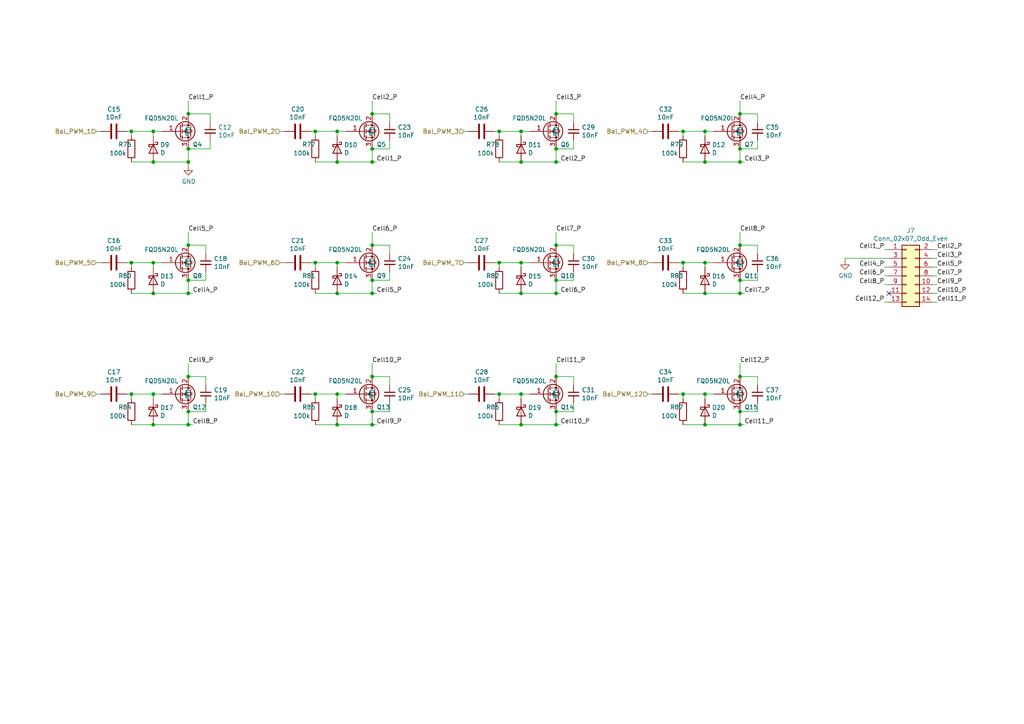
<source format=kicad_sch>
(kicad_sch (version 20250114) (generator "eeschema") (generator_version "9.0")
  (paper "A4")
  (junction (at 97.79 85.09))
  (junction (at 107.95 71.12))
  (junction (at 44.45 114.3))
  (junction (at 38.1 38.1))
  (junction (at 214.63 46.99))
  (junction (at 144.78 76.2))
  (junction (at 214.63 33.02))
  (junction (at 107.95 119.38))
  (junction (at 54.61 123.19))
  (junction (at 38.1 114.3))
  (junction (at 214.63 123.19))
  (junction (at 161.29 71.12))
  (junction (at 54.61 109.22))
  (junction (at 151.13 76.2))
  (junction (at 54.61 81.28))
  (junction (at 144.78 38.1))
  (junction (at 54.61 71.12))
  (junction (at 214.63 85.09))
  (junction (at 204.47 114.3))
  (junction (at 214.63 109.22))
  (junction (at 214.63 71.12))
  (junction (at 107.95 109.22))
  (junction (at 144.78 114.3))
  (junction (at 54.61 85.09))
  (junction (at 151.13 46.99))
  (junction (at 91.44 76.2))
  (junction (at 161.29 85.09))
  (junction (at 161.29 109.22))
  (junction (at 54.61 43.18))
  (junction (at 54.61 119.38))
  (junction (at 151.13 38.1))
  (junction (at 97.79 38.1))
  (junction (at 161.29 123.19))
  (junction (at 97.79 114.3))
  (junction (at 107.95 85.09))
  (junction (at 107.95 123.19))
  (junction (at 161.29 43.18))
  (junction (at 204.47 46.99))
  (junction (at 38.1 76.2))
  (junction (at 91.44 38.1))
  (junction (at 198.12 38.1))
  (junction (at 44.45 38.1))
  (junction (at 151.13 85.09))
  (junction (at 161.29 46.99))
  (junction (at 198.12 76.2))
  (junction (at 107.95 33.02))
  (junction (at 97.79 46.99))
  (junction (at 107.95 46.99))
  (junction (at 214.63 119.38))
  (junction (at 44.45 123.19))
  (junction (at 97.79 76.2))
  (junction (at 151.13 123.19))
  (junction (at 54.61 46.99))
  (junction (at 54.61 33.02))
  (junction (at 161.29 33.02))
  (junction (at 214.63 43.18))
  (junction (at 44.45 76.2))
  (junction (at 161.29 81.28))
  (junction (at 204.47 85.09))
  (junction (at 107.95 43.18))
  (junction (at 204.47 123.19))
  (junction (at 204.47 38.1))
  (junction (at 44.45 85.09))
  (junction (at 214.63 81.28))
  (junction (at 161.29 119.38))
  (junction (at 151.13 114.3))
  (junction (at 198.12 114.3))
  (junction (at 97.79 123.19))
  (junction (at 91.44 114.3))
  (junction (at 44.45 46.99))
  (junction (at 204.47 76.2))
  (junction (at 107.95 81.28))
  (no_connect (at 257.81 85.09))
  (wire (pts (xy 204.47 77.47) (xy 204.47 76.2)))
  (wire (pts (xy 90.17 76.2) (xy 91.44 76.2)))
  (wire (pts (xy 54.61 33.02) (xy 54.61 29.21)))
  (wire (pts (xy 204.47 123.19) (xy 214.63 123.19)))
  (wire (pts (xy 161.29 85.09) (xy 161.29 81.28)))
  (wire (pts (xy 107.95 33.02) (xy 107.95 29.21)))
  (wire (pts (xy 161.29 33.02) (xy 161.29 29.21)))
  (wire (pts (xy 256.54 72.39) (xy 257.81 72.39)))
  (wire (pts (xy 198.12 38.1) (xy 204.47 38.1)))
  (wire (pts (xy 54.61 46.99) (xy 54.61 43.18)))
  (wire (pts (xy 219.71 78.74) (xy 219.71 81.28)))
  (wire (pts (xy 113.03 111.76) (xy 113.03 109.22)))
  (wire (pts (xy 198.12 77.47) (xy 198.12 76.2)))
  (wire (pts (xy 91.44 115.57) (xy 91.44 114.3)))
  (wire (pts (xy 166.37 78.74) (xy 166.37 81.28)))
  (wire (pts (xy 256.54 77.47) (xy 257.81 77.47)))
  (wire (pts (xy 270.51 85.09) (xy 271.78 85.09)))
  (wire (pts (xy 166.37 116.84) (xy 166.37 119.38)))
  (wire (pts (xy 55.88 85.09) (xy 54.61 85.09)))
  (wire (pts (xy 143.51 38.1) (xy 144.78 38.1)))
  (wire (pts (xy 59.69 78.74) (xy 59.69 81.28)))
  (wire (pts (xy 198.12 85.09) (xy 204.47 85.09)))
  (wire (pts (xy 219.71 111.76) (xy 219.71 109.22)))
  (wire (pts (xy 166.37 35.56) (xy 166.37 33.02)))
  (wire (pts (xy 36.83 76.2) (xy 38.1 76.2)))
  (wire (pts (xy 214.63 123.19) (xy 214.63 119.38)))
  (wire (pts (xy 44.45 38.1) (xy 46.99 38.1)))
  (wire (pts (xy 113.03 78.74) (xy 113.03 81.28)))
  (wire (pts (xy 166.37 119.38) (xy 161.29 119.38)))
  (wire (pts (xy 81.28 76.2) (xy 82.55 76.2)))
  (wire (pts (xy 109.22 46.99) (xy 107.95 46.99)))
  (wire (pts (xy 44.45 46.99) (xy 54.61 46.99)))
  (wire (pts (xy 91.44 76.2) (xy 97.79 76.2)))
  (wire (pts (xy 97.79 77.47) (xy 97.79 76.2)))
  (wire (pts (xy 59.69 71.12) (xy 54.61 71.12)))
  (wire (pts (xy 219.71 35.56) (xy 219.71 33.02)))
  (wire (pts (xy 91.44 114.3) (xy 97.79 114.3)))
  (wire (pts (xy 38.1 123.19) (xy 44.45 123.19)))
  (wire (pts (xy 27.94 38.1) (xy 29.21 38.1)))
  (wire (pts (xy 91.44 39.37) (xy 91.44 38.1)))
  (wire (pts (xy 113.03 73.66) (xy 113.03 71.12)))
  (wire (pts (xy 219.71 73.66) (xy 219.71 71.12)))
  (wire (pts (xy 204.47 38.1) (xy 207.01 38.1)))
  (wire (pts (xy 151.13 76.2) (xy 153.67 76.2)))
  (wire (pts (xy 44.45 77.47) (xy 44.45 76.2)))
  (wire (pts (xy 256.54 87.63) (xy 257.81 87.63)))
  (wire (pts (xy 198.12 39.37) (xy 198.12 38.1)))
  (wire (pts (xy 113.03 33.02) (xy 107.95 33.02)))
  (wire (pts (xy 44.45 123.19) (xy 54.61 123.19)))
  (wire (pts (xy 38.1 115.57) (xy 38.1 114.3)))
  (wire (pts (xy 109.22 85.09) (xy 107.95 85.09)))
  (wire (pts (xy 204.47 46.99) (xy 214.63 46.99)))
  (wire (pts (xy 214.63 109.22) (xy 214.63 105.41)))
  (wire (pts (xy 215.9 85.09) (xy 214.63 85.09)))
  (wire (pts (xy 54.61 85.09) (xy 54.61 81.28)))
  (wire (pts (xy 143.51 76.2) (xy 144.78 76.2)))
  (wire (pts (xy 219.71 109.22) (xy 214.63 109.22)))
  (wire (pts (xy 44.45 114.3) (xy 46.99 114.3)))
  (wire (pts (xy 219.71 116.84) (xy 219.71 119.38)))
  (wire (pts (xy 219.71 43.18) (xy 214.63 43.18)))
  (wire (pts (xy 219.71 40.64) (xy 219.71 43.18)))
  (wire (pts (xy 60.96 40.64) (xy 60.96 43.18)))
  (wire (pts (xy 113.03 71.12) (xy 107.95 71.12)))
  (wire (pts (xy 54.61 48.26) (xy 54.61 46.99)))
  (wire (pts (xy 44.45 85.09) (xy 54.61 85.09)))
  (wire (pts (xy 162.56 46.99) (xy 161.29 46.99)))
  (wire (pts (xy 54.61 71.12) (xy 54.61 67.31)))
  (wire (pts (xy 219.71 119.38) (xy 214.63 119.38)))
  (wire (pts (xy 81.28 114.3) (xy 82.55 114.3)))
  (wire (pts (xy 166.37 111.76) (xy 166.37 109.22)))
  (wire (pts (xy 151.13 85.09) (xy 161.29 85.09)))
  (wire (pts (xy 60.96 33.02) (xy 54.61 33.02)))
  (wire (pts (xy 59.69 73.66) (xy 59.69 71.12)))
  (wire (pts (xy 60.96 35.56) (xy 60.96 33.02)))
  (wire (pts (xy 97.79 123.19) (xy 107.95 123.19)))
  (wire (pts (xy 270.51 72.39) (xy 271.78 72.39)))
  (wire (pts (xy 97.79 76.2) (xy 100.33 76.2)))
  (wire (pts (xy 90.17 114.3) (xy 91.44 114.3)))
  (wire (pts (xy 113.03 35.56) (xy 113.03 33.02)))
  (wire (pts (xy 270.51 87.63) (xy 271.78 87.63)))
  (wire (pts (xy 97.79 85.09) (xy 107.95 85.09)))
  (wire (pts (xy 162.56 123.19) (xy 161.29 123.19)))
  (wire (pts (xy 204.47 85.09) (xy 214.63 85.09)))
  (wire (pts (xy 91.44 38.1) (xy 97.79 38.1)))
  (wire (pts (xy 271.78 77.47) (xy 270.51 77.47)))
  (wire (pts (xy 214.63 71.12) (xy 214.63 67.31)))
  (wire (pts (xy 256.54 82.55) (xy 257.81 82.55)))
  (wire (pts (xy 59.69 116.84) (xy 59.69 119.38)))
  (wire (pts (xy 204.47 115.57) (xy 204.47 114.3)))
  (wire (pts (xy 97.79 46.99) (xy 107.95 46.99)))
  (wire (pts (xy 144.78 38.1) (xy 151.13 38.1)))
  (wire (pts (xy 38.1 39.37) (xy 38.1 38.1)))
  (wire (pts (xy 204.47 76.2) (xy 207.01 76.2)))
  (wire (pts (xy 214.63 33.02) (xy 214.63 29.21)))
  (wire (pts (xy 38.1 38.1) (xy 44.45 38.1)))
  (wire (pts (xy 187.96 114.3) (xy 189.23 114.3)))
  (wire (pts (xy 166.37 81.28) (xy 161.29 81.28)))
  (wire (pts (xy 60.96 43.18) (xy 54.61 43.18)))
  (wire (pts (xy 196.85 38.1) (xy 198.12 38.1)))
  (wire (pts (xy 166.37 43.18) (xy 161.29 43.18)))
  (wire (pts (xy 151.13 123.19) (xy 161.29 123.19)))
  (wire (pts (xy 161.29 109.22) (xy 161.29 105.41)))
  (wire (pts (xy 38.1 85.09) (xy 44.45 85.09)))
  (wire (pts (xy 134.62 114.3) (xy 135.89 114.3)))
  (wire (pts (xy 44.45 115.57) (xy 44.45 114.3)))
  (wire (pts (xy 151.13 46.99) (xy 161.29 46.99)))
  (wire (pts (xy 134.62 76.2) (xy 135.89 76.2)))
  (wire (pts (xy 198.12 46.99) (xy 204.47 46.99)))
  (wire (pts (xy 113.03 81.28) (xy 107.95 81.28)))
  (wire (pts (xy 219.71 81.28) (xy 214.63 81.28)))
  (wire (pts (xy 59.69 119.38) (xy 54.61 119.38)))
  (wire (pts (xy 198.12 115.57) (xy 198.12 114.3)))
  (wire (pts (xy 109.22 123.19) (xy 107.95 123.19)))
  (wire (pts (xy 144.78 85.09) (xy 151.13 85.09)))
  (wire (pts (xy 214.63 85.09) (xy 214.63 81.28)))
  (wire (pts (xy 107.95 71.12) (xy 107.95 67.31)))
  (wire (pts (xy 245.11 74.93) (xy 245.11 75.565)))
  (wire (pts (xy 215.9 123.19) (xy 214.63 123.19)))
  (wire (pts (xy 107.95 85.09) (xy 107.95 81.28)))
  (wire (pts (xy 271.78 74.93) (xy 270.51 74.93)))
  (wire (pts (xy 54.61 109.22) (xy 54.61 105.41)))
  (wire (pts (xy 204.47 39.37) (xy 204.47 38.1)))
  (wire (pts (xy 81.28 38.1) (xy 82.55 38.1)))
  (wire (pts (xy 144.78 46.99) (xy 151.13 46.99)))
  (wire (pts (xy 55.88 123.19) (xy 54.61 123.19)))
  (wire (pts (xy 107.95 46.99) (xy 107.95 43.18)))
  (wire (pts (xy 144.78 77.47) (xy 144.78 76.2)))
  (wire (pts (xy 198.12 76.2) (xy 204.47 76.2)))
  (wire (pts (xy 59.69 109.22) (xy 54.61 109.22)))
  (wire (pts (xy 219.71 33.02) (xy 214.63 33.02)))
  (wire (pts (xy 113.03 40.64) (xy 113.03 43.18)))
  (wire (pts (xy 91.44 46.99) (xy 97.79 46.99)))
  (wire (pts (xy 27.94 76.2) (xy 29.21 76.2)))
  (wire (pts (xy 161.29 46.99) (xy 161.29 43.18)))
  (wire (pts (xy 161.29 71.12) (xy 161.29 67.31)))
  (wire (pts (xy 162.56 85.09) (xy 161.29 85.09)))
  (wire (pts (xy 36.83 38.1) (xy 38.1 38.1)))
  (wire (pts (xy 97.79 115.57) (xy 97.79 114.3)))
  (wire (pts (xy 166.37 73.66) (xy 166.37 71.12)))
  (wire (pts (xy 144.78 76.2) (xy 151.13 76.2)))
  (wire (pts (xy 198.12 123.19) (xy 204.47 123.19)))
  (wire (pts (xy 151.13 39.37) (xy 151.13 38.1)))
  (wire (pts (xy 38.1 77.47) (xy 38.1 76.2)))
  (wire (pts (xy 91.44 123.19) (xy 97.79 123.19)))
  (wire (pts (xy 215.9 46.99) (xy 214.63 46.99)))
  (wire (pts (xy 38.1 76.2) (xy 44.45 76.2)))
  (wire (pts (xy 271.78 80.01) (xy 270.51 80.01)))
  (wire (pts (xy 187.96 76.2) (xy 189.23 76.2)))
  (wire (pts (xy 151.13 114.3) (xy 153.67 114.3)))
  (wire (pts (xy 144.78 39.37) (xy 144.78 38.1)))
  (wire (pts (xy 97.79 114.3) (xy 100.33 114.3)))
  (wire (pts (xy 44.45 76.2) (xy 46.99 76.2)))
  (wire (pts (xy 187.96 38.1) (xy 189.23 38.1)))
  (wire (pts (xy 151.13 38.1) (xy 153.67 38.1)))
  (wire (pts (xy 204.47 114.3) (xy 207.01 114.3)))
  (wire (pts (xy 38.1 46.99) (xy 44.45 46.99)))
  (wire (pts (xy 166.37 33.02) (xy 161.29 33.02)))
  (wire (pts (xy 113.03 119.38) (xy 107.95 119.38)))
  (wire (pts (xy 166.37 71.12) (xy 161.29 71.12)))
  (wire (pts (xy 27.94 114.3) (xy 29.21 114.3)))
  (wire (pts (xy 198.12 114.3) (xy 204.47 114.3)))
  (wire (pts (xy 54.61 123.19) (xy 54.61 119.38)))
  (wire (pts (xy 196.85 114.3) (xy 198.12 114.3)))
  (wire (pts (xy 144.78 114.3) (xy 151.13 114.3)))
  (wire (pts (xy 256.54 80.01) (xy 257.81 80.01)))
  (wire (pts (xy 144.78 123.19) (xy 151.13 123.19)))
  (wire (pts (xy 144.78 115.57) (xy 144.78 114.3)))
  (wire (pts (xy 214.63 46.99) (xy 214.63 43.18)))
  (wire (pts (xy 151.13 77.47) (xy 151.13 76.2)))
  (wire (pts (xy 38.1 114.3) (xy 44.45 114.3)))
  (wire (pts (xy 151.13 115.57) (xy 151.13 114.3)))
  (wire (pts (xy 90.17 38.1) (xy 91.44 38.1)))
  (wire (pts (xy 161.29 123.19) (xy 161.29 119.38)))
  (wire (pts (xy 134.62 38.1) (xy 135.89 38.1)))
  (wire (pts (xy 166.37 40.64) (xy 166.37 43.18)))
  (wire (pts (xy 113.03 43.18) (xy 107.95 43.18)))
  (wire (pts (xy 257.81 74.93) (xy 245.11 74.93)))
  (wire (pts (xy 91.44 85.09) (xy 97.79 85.09)))
  (wire (pts (xy 97.79 39.37) (xy 97.79 38.1)))
  (wire (pts (xy 91.44 77.47) (xy 91.44 76.2)))
  (wire (pts (xy 44.45 39.37) (xy 44.45 38.1)))
  (wire (pts (xy 97.79 38.1) (xy 100.33 38.1)))
  (wire (pts (xy 166.37 109.22) (xy 161.29 109.22)))
  (wire (pts (xy 36.83 114.3) (xy 38.1 114.3)))
  (wire (pts (xy 113.03 116.84) (xy 113.03 119.38)))
  (wire (pts (xy 143.51 114.3) (xy 144.78 114.3)))
  (wire (pts (xy 271.78 82.55) (xy 270.51 82.55)))
  (wire (pts (xy 107.95 123.19) (xy 107.95 119.38)))
  (wire (pts (xy 107.95 109.22) (xy 107.95 105.41)))
  (wire (pts (xy 196.85 76.2) (xy 198.12 76.2)))
  (wire (pts (xy 219.71 71.12) (xy 214.63 71.12)))
  (wire (pts (xy 59.69 111.76) (xy 59.69 109.22)))
  (wire (pts (xy 113.03 109.22) (xy 107.95 109.22)))
  (wire (pts (xy 59.69 81.28) (xy 54.61 81.28)))
  (label "Cell4_P" (at 256.54 77.47 180))
  (label "Cell1_P" (at 109.22 46.99 0))
  (label "Cell11_P" (at 271.78 87.63 0))
  (label "Cell11_P" (at 161.29 105.41 0))
  (label "Cell2_P" (at 271.78 72.39 0))
  (label "Cell6_P" (at 256.54 80.01 180))
  (label "Cell8_P" (at 256.54 82.55 180))
  (label "Cell3_P" (at 271.78 74.93 0))
  (label "Cell1_P" (at 54.61 29.21 0))
  (label "Cell7_P" (at 215.9 85.09 0))
  (label "Cell3_P" (at 215.9 46.99 0))
  (label "Cell11_P" (at 215.9 123.19 0))
  (label "Cell6_P" (at 162.56 85.09 0))
  (label "Cell3_P" (at 161.29 29.21 0))
  (label "Cell5_P" (at 109.22 85.09 0))
  (label "Cell10_P" (at 162.56 123.19 0))
  (label "Cell10_P" (at 271.78 85.09 0))
  (label "Cell5_P" (at 271.78 77.47 0))
  (label "Cell4_P" (at 214.63 29.21 0))
  (label "Cell7_P" (at 271.78 80.01 0))
  (label "Cell12_P" (at 256.54 87.63 180))
  (label "Cell9_P" (at 271.78 82.55 0))
  (label "Cell1_P" (at 256.54 72.39 180))
  (label "Cell8_P" (at 55.88 123.19 0))
  (label "Cell9_P" (at 54.61 105.41 0))
  (label "Cell2_P" (at 162.56 46.99 0))
  (label "Cell10_P" (at 107.95 105.41 0))
  (label "Cell4_P" (at 55.88 85.09 0))
  (label "Cell12_P" (at 214.63 105.41 0))
  (label "Cell7_P" (at 161.29 67.31 0))
  (label "Cell9_P" (at 109.22 123.19 0))
  (label "Cell2_P" (at 107.95 29.21 0))
  (label "Cell5_P" (at 54.61 67.31 0))
  (label "Cell6_P" (at 107.95 67.31 0))
  (label "Cell8_P" (at 214.63 67.31 0))
  (hierarchical_label "Bal_PWM_4" (shape input) (at 187.96 38.1 180))
  (hierarchical_label "Bal_PWM_10" (shape input) (at 81.28 114.3 180))
  (hierarchical_label "Bal_PWM_12" (shape input) (at 187.96 114.3 180))
  (hierarchical_label "Bal_PWM_3" (shape input) (at 134.62 38.1 180))
  (hierarchical_label "Bal_PWM_5" (shape input) (at 27.94 76.2 180))
  (hierarchical_label "Bal_PWM_6" (shape input) (at 81.28 76.2 180))
  (hierarchical_label "Bal_PWM_11" (shape input) (at 134.62 114.3 180))
  (hierarchical_label "Bal_PWM_1" (shape input) (at 27.94 38.1 180))
  (hierarchical_label "Bal_PWM_2" (shape input) (at 81.28 38.1 180))
  (hierarchical_label "Bal_PWM_7" (shape input) (at 134.62 76.2 180))
  (hierarchical_label "Bal_PWM_8" (shape input) (at 187.96 76.2 180))
  (hierarchical_label "Bal_PWM_9" (shape input) (at 27.94 114.3 180))
  (symbol (lib_id "Connector_Generic:Conn_02x07_Odd_Even") (at 262.89 80.01 0) (unit 1)
    (property "Reference" "J7" (at 264.16 66.8782 0))
    (property "Value" "Conn_02x07_Odd_Even" (at 264.16 69.1896 0))
    (property "Footprint" "uBMS-2:Molex_Milli_Grid_0878325623_TopBottom" (effects (hide yes)))
    (property "Datasheet" "https://media.digikey.com/pdf/Data%20Sheets/Molex%20PDFs/87832-300_Pkg_Spec.pdf" (effects (hide yes)))
    (property "Part Number" "0878325623" (effects (hide yes)))
    (property "Digikey Number" "WM6815TR-ND" (effects (hide yes)))
    (property "Price ($)" "1.56" (effects (hide yes)))
    (property "Comment" "Connector Header Surface Mount 14 position 0.079\" (2.00mm)" (effects (hide yes)))
  )
  (symbol (lib_id "power:GND") (at 245.11 75.565 0) (unit 1)
    (property "Reference" "#PWR086" (effects (hide yes)))
    (property "Value" "GND" (at 245.237 79.9592 0))
  )
  (symbol (lib_id "Device:C") (at 33.02 38.1 270) (unit 1)
    (property "Reference" "C15" (at 33.02 31.6992 90))
    (property "Value" "10nF" (at 33.02 34.0106 90))
    (property "Footprint" "Capacitor_SMD:C_0402_1005Metric" (effects (hide yes)))
    (property "Datasheet" "https://search.murata.co.jp/Ceramy/image/img/A01X/G101/ENG/GCM155R71H103KA55-01.pdf" (effects (hide yes)))
    (property "Part Number" "GCM155R71H103KA55D" (effects (hide yes)))
    (property "Digikey Number" "490-4762-1-ND" (effects (hide yes)))
    (property "Price ($)" "0.1" (effects (hide yes)))
    (property "Comment" "10000 pF ±10% 50V Ceramic Capacitor X7R 0402 (1005 Metric)" (effects (hide yes)))
  )
  (symbol (lib_id "uBMS-Parts:FQD5N20L") (at 54.61 38.1 0) (unit 1)
    (property "Reference" "Q4" (at 55.88 41.91 0) (effects (justify left)))
    (property "Value" "FQD5N20L" (at 41.91 34.29 0) (effects (justify left)))
    (property "Footprint" "Package_TO_SOT_SMD:TO-252-2" (effects (hide yes)))
    (property "Datasheet" "https://www.mouser.com/datasheet/2/149/FQD5N20L-266424.pdf" (effects (hide yes)))
    (property "Part Number" "FQD5N20LTM" (effects (hide yes)))
    (property "Digikey Number" "FQD5N20LTMTR-ND" (effects (hide yes)))
    (property "Price ($)" "0.59" (effects (hide yes)))
    (property "Comment" "N-Channel 200V 3.8A (Tc) 2.5W (Ta), 37W (Tc) Surface Mount D-Pak" (effects (hide yes)))
  )
  (symbol (lib_id "Device:R") (at 38.1 43.18 0) (unit 1)
    (property "Reference" "R76" (at 34.29 41.91 0) (effects (justify left)))
    (property "Value" "100k" (at 31.75 44.45 0) (effects (justify left)))
    (property "Footprint" "Resistor_SMD:R_1206_3216Metric" (effects (hide yes)))
    (property "Datasheet" "https://www.yageo.com/upload/media/product/productsearch/datasheet/rchip/PYu-RC_Group_51_RoHS_L_12.pdf" (effects (hide yes)))
    (property "Comment" "100 kOhms ±1% 0.25W, 1/4W Chip Resistor 1206 (3216 Metric) Thick Film" (effects (hide yes)))
    (property "Digikey Number" "13-RC1206FR-13100KLCT-ND" (effects (hide yes)))
    (property "Part Number" "RC1206FR-13100KL" (effects (hide yes)))
    (property "Price ($)" "0.1" (effects (hide yes)))
  )
  (symbol (lib_id "Device:D_Schottky") (at 44.45 43.18 270) (unit 1)
    (property "Reference" "D9" (at 46.4566 42.0116 90) (effects (justify left)))
    (property "Value" "D" (at 46.4566 44.323 90) (effects (justify left)))
    (property "Footprint" "Diode_SMD:D_1206_3216Metric" (effects (hide yes)))
    (property "Comment" "Diode Schottky 20 V 1A Surface Mount 1206 (3216 Metric)" (effects (hide yes)))
    (property "Digikey Number" "478-7803-1-ND" (effects (hide yes)))
    (property "Part Number" "SD1206S020S1R0" (effects (hide yes)))
    (property "Price ($)" "0.42" (effects (hide yes)))
  )
  (symbol (lib_id "power:GND") (at 54.61 48.26 0) (unit 1)
    (property "Reference" "#PWR085" (effects (hide yes)))
    (property "Value" "GND" (at 54.737 52.6542 0))
  )
  (symbol (lib_id "uBMS-Parts:FQD5N20L") (at 107.95 38.1 0) (unit 1)
    (property "Reference" "Q5" (at 109.22 41.91 0) (effects (justify left)))
    (property "Value" "FQD5N20L" (at 95.25 34.29 0) (effects (justify left)))
    (property "Footprint" "Package_TO_SOT_SMD:TO-252-2" (effects (hide yes)))
    (property "Datasheet" "https://www.mouser.com/datasheet/2/149/FQD5N20L-266424.pdf" (effects (hide yes)))
    (property "Part Number" "FQD5N20LTM" (effects (hide yes)))
    (property "Digikey Number" "FQD5N20LTMTR-ND" (effects (hide yes)))
    (property "Price ($)" "0.59" (effects (hide yes)))
    (property "Comment" "N-Channel 200V 3.8A (Tc) 2.5W (Ta), 37W (Tc) Surface Mount D-Pak" (effects (hide yes)))
  )
  (symbol (lib_id "Device:R") (at 91.44 43.18 0) (unit 1)
    (property "Reference" "R77" (at 87.63 41.91 0) (effects (justify left)))
    (property "Value" "100k" (at 85.09 44.45 0) (effects (justify left)))
    (property "Footprint" "Resistor_SMD:R_1206_3216Metric" (effects (hide yes)))
    (property "Datasheet" "https://www.yageo.com/upload/media/product/productsearch/datasheet/rchip/PYu-RC_Group_51_RoHS_L_12.pdf" (effects (hide yes)))
    (property "Comment" "100 kOhms ±1% 0.25W, 1/4W Chip Resistor 1206 (3216 Metric) Thick Film" (effects (hide yes)))
    (property "Digikey Number" "13-RC1206FR-13100KLCT-ND" (effects (hide yes)))
    (property "Part Number" "RC1206FR-13100KL" (effects (hide yes)))
    (property "Price ($)" "0.1" (effects (hide yes)))
  )
  (symbol (lib_id "Device:D_Schottky") (at 97.79 43.18 270) (unit 1)
    (property "Reference" "D10" (at 99.7966 42.0116 90) (effects (justify left)))
    (property "Value" "D" (at 99.7966 44.323 90) (effects (justify left)))
    (property "Footprint" "Diode_SMD:D_1206_3216Metric" (effects (hide yes)))
    (property "Comment" "Diode Schottky 20 V 1A Surface Mount 1206 (3216 Metric)" (effects (hide yes)))
    (property "Digikey Number" "478-7803-1-ND" (effects (hide yes)))
    (property "Part Number" "SD1206S020S1R0" (effects (hide yes)))
    (property "Price ($)" "0.42" (effects (hide yes)))
  )
  (symbol (lib_id "uBMS-Parts:FQD5N20L") (at 161.29 38.1 0) (unit 1)
    (property "Reference" "Q6" (at 162.56 41.91 0) (effects (justify left)))
    (property "Value" "FQD5N20L" (at 148.59 34.29 0) (effects (justify left)))
    (property "Footprint" "Package_TO_SOT_SMD:TO-252-2" (effects (hide yes)))
    (property "Datasheet" "https://www.mouser.com/datasheet/2/149/FQD5N20L-266424.pdf" (effects (hide yes)))
    (property "Part Number" "FQD5N20LTM" (effects (hide yes)))
    (property "Digikey Number" "FQD5N20LTMTR-ND" (effects (hide yes)))
    (property "Price ($)" "0.59" (effects (hide yes)))
    (property "Comment" "N-Channel 200V 3.8A (Tc) 2.5W (Ta), 37W (Tc) Surface Mount D-Pak" (effects (hide yes)))
  )
  (symbol (lib_id "Device:R") (at 144.78 43.18 0) (unit 1)
    (property "Reference" "R78" (at 140.97 41.91 0) (effects (justify left)))
    (property "Value" "100k" (at 138.43 44.45 0) (effects (justify left)))
    (property "Footprint" "Resistor_SMD:R_1206_3216Metric" (effects (hide yes)))
    (property "Datasheet" "https://www.yageo.com/upload/media/product/productsearch/datasheet/rchip/PYu-RC_Group_51_RoHS_L_12.pdf" (effects (hide yes)))
    (property "Comment" "100 kOhms ±1% 0.25W, 1/4W Chip Resistor 1206 (3216 Metric) Thick Film" (effects (hide yes)))
    (property "Digikey Number" "13-RC1206FR-13100KLCT-ND" (effects (hide yes)))
    (property "Part Number" "RC1206FR-13100KL" (effects (hide yes)))
    (property "Price ($)" "0.1" (effects (hide yes)))
  )
  (symbol (lib_id "Device:D_Schottky") (at 151.13 43.18 270) (unit 1)
    (property "Reference" "D11" (at 153.1366 42.0116 90) (effects (justify left)))
    (property "Value" "D" (at 153.1366 44.323 90) (effects (justify left)))
    (property "Footprint" "Diode_SMD:D_1206_3216Metric" (effects (hide yes)))
    (property "Comment" "Diode Schottky 20 V 1A Surface Mount 1206 (3216 Metric)" (effects (hide yes)))
    (property "Digikey Number" "478-7803-1-ND" (effects (hide yes)))
    (property "Part Number" "SD1206S020S1R0" (effects (hide yes)))
    (property "Price ($)" "0.42" (effects (hide yes)))
  )
  (symbol (lib_id "uBMS-Parts:FQD5N20L") (at 214.63 38.1 0) (unit 1)
    (property "Reference" "Q7" (at 215.9 41.91 0) (effects (justify left)))
    (property "Value" "FQD5N20L" (at 203.2 34.29 0) (effects (justify left)))
    (property "Footprint" "Package_TO_SOT_SMD:TO-252-2" (effects (hide yes)))
    (property "Datasheet" "https://www.mouser.com/datasheet/2/149/FQD5N20L-266424.pdf" (effects (hide yes)))
    (property "Part Number" "FQD5N20LTM" (effects (hide yes)))
    (property "Digikey Number" "FQD5N20LTMTR-ND" (effects (hide yes)))
    (property "Price ($)" "0.59" (effects (hide yes)))
    (property "Comment" "N-Channel 200V 3.8A (Tc) 2.5W (Ta), 37W (Tc) Surface Mount D-Pak" (effects (hide yes)))
  )
  (symbol (lib_id "Device:R") (at 198.12 43.18 0) (unit 1)
    (property "Reference" "R79" (at 194.31 41.91 0) (effects (justify left)))
    (property "Value" "100k" (at 191.77 44.45 0) (effects (justify left)))
    (property "Footprint" "Resistor_SMD:R_1206_3216Metric" (effects (hide yes)))
    (property "Datasheet" "https://www.yageo.com/upload/media/product/productsearch/datasheet/rchip/PYu-RC_Group_51_RoHS_L_12.pdf" (effects (hide yes)))
    (property "Comment" "100 kOhms ±1% 0.25W, 1/4W Chip Resistor 1206 (3216 Metric) Thick Film" (effects (hide yes)))
    (property "Digikey Number" "13-RC1206FR-13100KLCT-ND" (effects (hide yes)))
    (property "Part Number" "RC1206FR-13100KL" (effects (hide yes)))
    (property "Price ($)" "0.1" (effects (hide yes)))
  )
  (symbol (lib_id "Device:D_Schottky") (at 204.47 43.18 270) (unit 1)
    (property "Reference" "D12" (at 206.4766 42.0116 90) (effects (justify left)))
    (property "Value" "D" (at 206.4766 44.323 90) (effects (justify left)))
    (property "Footprint" "Diode_SMD:D_1206_3216Metric" (effects (hide yes)))
    (property "Comment" "Diode Schottky 20 V 1A Surface Mount 1206 (3216 Metric)" (effects (hide yes)))
    (property "Digikey Number" "478-7803-1-ND" (effects (hide yes)))
    (property "Part Number" "SD1206S020S1R0" (effects (hide yes)))
    (property "Price ($)" "0.42" (effects (hide yes)))
  )
  (symbol (lib_id "uBMS-Parts:FQD5N20L") (at 54.61 76.2 0) (unit 1)
    (property "Reference" "Q8" (at 55.88 80.01 0) (effects (justify left)))
    (property "Value" "FQD5N20L" (at 41.91 72.39 0) (effects (justify left)))
    (property "Footprint" "Package_TO_SOT_SMD:TO-252-2" (effects (hide yes)))
    (property "Datasheet" "https://www.mouser.com/datasheet/2/149/FQD5N20L-266424.pdf" (effects (hide yes)))
    (property "Part Number" "FQD5N20LTM" (effects (hide yes)))
    (property "Digikey Number" "FQD5N20LTMTR-ND" (effects (hide yes)))
    (property "Price ($)" "0.59" (effects (hide yes)))
    (property "Comment" "N-Channel 200V 3.8A (Tc) 2.5W (Ta), 37W (Tc) Surface Mount D-Pak" (effects (hide yes)))
  )
  (symbol (lib_id "Device:R") (at 38.1 81.28 0) (unit 1)
    (property "Reference" "R80" (at 34.29 80.01 0) (effects (justify left)))
    (property "Value" "100k" (at 31.75 82.55 0) (effects (justify left)))
    (property "Footprint" "Resistor_SMD:R_1206_3216Metric" (effects (hide yes)))
    (property "Datasheet" "https://www.yageo.com/upload/media/product/productsearch/datasheet/rchip/PYu-RC_Group_51_RoHS_L_12.pdf" (effects (hide yes)))
    (property "Comment" "100 kOhms ±1% 0.25W, 1/4W Chip Resistor 1206 (3216 Metric) Thick Film" (effects (hide yes)))
    (property "Digikey Number" "13-RC1206FR-13100KLCT-ND" (effects (hide yes)))
    (property "Part Number" "RC1206FR-13100KL" (effects (hide yes)))
    (property "Price ($)" "0.1" (effects (hide yes)))
  )
  (symbol (lib_id "Device:D_Schottky") (at 44.45 81.28 270) (unit 1)
    (property "Reference" "D13" (at 46.4566 80.1116 90) (effects (justify left)))
    (property "Value" "D" (at 46.4566 82.423 90) (effects (justify left)))
    (property "Footprint" "Diode_SMD:D_1206_3216Metric" (effects (hide yes)))
    (property "Comment" "Diode Schottky 20 V 1A Surface Mount 1206 (3216 Metric)" (effects (hide yes)))
    (property "Digikey Number" "478-7803-1-ND" (effects (hide yes)))
    (property "Part Number" "SD1206S020S1R0" (effects (hide yes)))
    (property "Price ($)" "0.42" (effects (hide yes)))
  )
  (symbol (lib_id "uBMS-Parts:FQD5N20L") (at 107.95 76.2 0) (unit 1)
    (property "Reference" "Q9" (at 109.22 80.01 0) (effects (justify left)))
    (property "Value" "FQD5N20L" (at 95.25 72.39 0) (effects (justify left)))
    (property "Footprint" "Package_TO_SOT_SMD:TO-252-2" (effects (hide yes)))
    (property "Datasheet" "https://www.mouser.com/datasheet/2/149/FQD5N20L-266424.pdf" (effects (hide yes)))
    (property "Part Number" "FQD5N20LTM" (effects (hide yes)))
    (property "Digikey Number" "FQD5N20LTMTR-ND" (effects (hide yes)))
    (property "Price ($)" "0.59" (effects (hide yes)))
    (property "Comment" "N-Channel 200V 3.8A (Tc) 2.5W (Ta), 37W (Tc) Surface Mount D-Pak" (effects (hide yes)))
  )
  (symbol (lib_id "Device:R") (at 91.44 81.28 0) (unit 1)
    (property "Reference" "R81" (at 87.63 80.01 0) (effects (justify left)))
    (property "Value" "100k" (at 85.09 82.55 0) (effects (justify left)))
    (property "Footprint" "Resistor_SMD:R_1206_3216Metric" (effects (hide yes)))
    (property "Datasheet" "https://www.yageo.com/upload/media/product/productsearch/datasheet/rchip/PYu-RC_Group_51_RoHS_L_12.pdf" (effects (hide yes)))
    (property "Comment" "100 kOhms ±1% 0.25W, 1/4W Chip Resistor 1206 (3216 Metric) Thick Film" (effects (hide yes)))
    (property "Digikey Number" "13-RC1206FR-13100KLCT-ND" (effects (hide yes)))
    (property "Part Number" "RC1206FR-13100KL" (effects (hide yes)))
    (property "Price ($)" "0.1" (effects (hide yes)))
  )
  (symbol (lib_id "Device:D_Schottky") (at 97.79 81.28 270) (unit 1)
    (property "Reference" "D14" (at 99.7966 80.1116 90) (effects (justify left)))
    (property "Value" "D" (at 99.7966 82.423 90) (effects (justify left)))
    (property "Footprint" "Diode_SMD:D_1206_3216Metric" (effects (hide yes)))
    (property "Comment" "Diode Schottky 20 V 1A Surface Mount 1206 (3216 Metric)" (effects (hide yes)))
    (property "Digikey Number" "478-7803-1-ND" (effects (hide yes)))
    (property "Part Number" "SD1206S020S1R0" (effects (hide yes)))
    (property "Price ($)" "0.42" (effects (hide yes)))
  )
  (symbol (lib_id "uBMS-Parts:FQD5N20L") (at 161.29 76.2 0) (unit 1)
    (property "Reference" "Q10" (at 162.56 80.01 0) (effects (justify left)))
    (property "Value" "FQD5N20L" (at 148.59 72.39 0) (effects (justify left)))
    (property "Footprint" "Package_TO_SOT_SMD:TO-252-2" (effects (hide yes)))
    (property "Datasheet" "https://www.mouser.com/datasheet/2/149/FQD5N20L-266424.pdf" (effects (hide yes)))
    (property "Part Number" "FQD5N20LTM" (effects (hide yes)))
    (property "Digikey Number" "FQD5N20LTMTR-ND" (effects (hide yes)))
    (property "Price ($)" "0.59" (effects (hide yes)))
    (property "Comment" "N-Channel 200V 3.8A (Tc) 2.5W (Ta), 37W (Tc) Surface Mount D-Pak" (effects (hide yes)))
  )
  (symbol (lib_id "Device:R") (at 144.78 81.28 0) (unit 1)
    (property "Reference" "R82" (at 140.97 80.01 0) (effects (justify left)))
    (property "Value" "100k" (at 138.43 82.55 0) (effects (justify left)))
    (property "Footprint" "Resistor_SMD:R_1206_3216Metric" (effects (hide yes)))
    (property "Datasheet" "https://www.yageo.com/upload/media/product/productsearch/datasheet/rchip/PYu-RC_Group_51_RoHS_L_12.pdf" (effects (hide yes)))
    (property "Comment" "100 kOhms ±1% 0.25W, 1/4W Chip Resistor 1206 (3216 Metric) Thick Film" (effects (hide yes)))
    (property "Digikey Number" "13-RC1206FR-13100KLCT-ND" (effects (hide yes)))
    (property "Part Number" "RC1206FR-13100KL" (effects (hide yes)))
    (property "Price ($)" "0.1" (effects (hide yes)))
  )
  (symbol (lib_id "Device:D_Schottky") (at 151.13 81.28 270) (unit 1)
    (property "Reference" "D15" (at 153.1366 80.1116 90) (effects (justify left)))
    (property "Value" "D" (at 153.1366 82.423 90) (effects (justify left)))
    (property "Footprint" "Diode_SMD:D_1206_3216Metric" (effects (hide yes)))
    (property "Comment" "Diode Schottky 20 V 1A Surface Mount 1206 (3216 Metric)" (effects (hide yes)))
    (property "Digikey Number" "478-7803-1-ND" (effects (hide yes)))
    (property "Part Number" "SD1206S020S1R0" (effects (hide yes)))
    (property "Price ($)" "0.42" (effects (hide yes)))
  )
  (symbol (lib_id "uBMS-Parts:FQD5N20L") (at 214.63 76.2 0) (unit 1)
    (property "Reference" "Q11" (at 215.9 80.01 0) (effects (justify left)))
    (property "Value" "FQD5N20L" (at 201.93 72.39 0) (effects (justify left)))
    (property "Footprint" "Package_TO_SOT_SMD:TO-252-2" (effects (hide yes)))
    (property "Datasheet" "https://www.mouser.com/datasheet/2/149/FQD5N20L-266424.pdf" (effects (hide yes)))
    (property "Part Number" "FQD5N20LTM" (effects (hide yes)))
    (property "Digikey Number" "FQD5N20LTMTR-ND" (effects (hide yes)))
    (property "Price ($)" "0.59" (effects (hide yes)))
    (property "Comment" "N-Channel 200V 3.8A (Tc) 2.5W (Ta), 37W (Tc) Surface Mount D-Pak" (effects (hide yes)))
  )
  (symbol (lib_id "Device:R") (at 198.12 81.28 0) (unit 1)
    (property "Reference" "R83" (at 194.31 80.01 0) (effects (justify left)))
    (property "Value" "100k" (at 191.77 82.55 0) (effects (justify left)))
    (property "Footprint" "Resistor_SMD:R_1206_3216Metric" (effects (hide yes)))
    (property "Datasheet" "https://www.yageo.com/upload/media/product/productsearch/datasheet/rchip/PYu-RC_Group_51_RoHS_L_12.pdf" (effects (hide yes)))
    (property "Comment" "100 kOhms ±1% 0.25W, 1/4W Chip Resistor 1206 (3216 Metric) Thick Film" (effects (hide yes)))
    (property "Digikey Number" "13-RC1206FR-13100KLCT-ND" (effects (hide yes)))
    (property "Part Number" "RC1206FR-13100KL" (effects (hide yes)))
    (property "Price ($)" "0.1" (effects (hide yes)))
  )
  (symbol (lib_id "Device:D_Schottky") (at 204.47 81.28 270) (unit 1)
    (property "Reference" "D16" (at 206.4766 80.1116 90) (effects (justify left)))
    (property "Value" "D" (at 206.4766 82.423 90) (effects (justify left)))
    (property "Footprint" "Diode_SMD:D_1206_3216Metric" (effects (hide yes)))
    (property "Comment" "Diode Schottky 20 V 1A Surface Mount 1206 (3216 Metric)" (effects (hide yes)))
    (property "Digikey Number" "478-7803-1-ND" (effects (hide yes)))
    (property "Part Number" "SD1206S020S1R0" (effects (hide yes)))
    (property "Price ($)" "0.42" (effects (hide yes)))
  )
  (symbol (lib_id "uBMS-Parts:FQD5N20L") (at 54.61 114.3 0) (unit 1)
    (property "Reference" "Q12" (at 55.88 118.11 0) (effects (justify left)))
    (property "Value" "FQD5N20L" (at 41.91 110.49 0) (effects (justify left)))
    (property "Footprint" "Package_TO_SOT_SMD:TO-252-2" (effects (hide yes)))
    (property "Datasheet" "https://www.mouser.com/datasheet/2/149/FQD5N20L-266424.pdf" (effects (hide yes)))
    (property "Part Number" "FQD5N20LTM" (effects (hide yes)))
    (property "Digikey Number" "FQD5N20LTMTR-ND" (effects (hide yes)))
    (property "Price ($)" "0.59" (effects (hide yes)))
    (property "Comment" "N-Channel 200V 3.8A (Tc) 2.5W (Ta), 37W (Tc) Surface Mount D-Pak" (effects (hide yes)))
  )
  (symbol (lib_id "Device:R") (at 38.1 119.38 0) (unit 1)
    (property "Reference" "R84" (at 34.29 118.11 0) (effects (justify left)))
    (property "Value" "100k" (at 31.75 120.65 0) (effects (justify left)))
    (property "Footprint" "Resistor_SMD:R_1206_3216Metric" (effects (hide yes)))
    (property "Datasheet" "https://www.yageo.com/upload/media/product/productsearch/datasheet/rchip/PYu-RC_Group_51_RoHS_L_12.pdf" (effects (hide yes)))
    (property "Comment" "100 kOhms ±1% 0.25W, 1/4W Chip Resistor 1206 (3216 Metric) Thick Film" (effects (hide yes)))
    (property "Digikey Number" "13-RC1206FR-13100KLCT-ND" (effects (hide yes)))
    (property "Part Number" "RC1206FR-13100KL" (effects (hide yes)))
    (property "Price ($)" "0.1" (effects (hide yes)))
  )
  (symbol (lib_id "Device:D_Schottky") (at 44.45 119.38 270) (unit 1)
    (property "Reference" "D17" (at 46.4566 118.2116 90) (effects (justify left)))
    (property "Value" "D" (at 46.4566 120.523 90) (effects (justify left)))
    (property "Footprint" "Diode_SMD:D_1206_3216Metric" (effects (hide yes)))
    (property "Comment" "Diode Schottky 20 V 1A Surface Mount 1206 (3216 Metric)" (effects (hide yes)))
    (property "Digikey Number" "478-7803-1-ND" (effects (hide yes)))
    (property "Part Number" "SD1206S020S1R0" (effects (hide yes)))
    (property "Price ($)" "0.42" (effects (hide yes)))
  )
  (symbol (lib_id "uBMS-Parts:FQD5N20L") (at 107.95 114.3 0) (unit 1)
    (property "Reference" "Q13" (at 109.22 118.11 0) (effects (justify left)))
    (property "Value" "FQD5N20L" (at 95.25 110.49 0) (effects (justify left)))
    (property "Footprint" "Package_TO_SOT_SMD:TO-252-2" (effects (hide yes)))
    (property "Datasheet" "https://www.mouser.com/datasheet/2/149/FQD5N20L-266424.pdf" (effects (hide yes)))
    (property "Part Number" "FQD5N20LTM" (effects (hide yes)))
    (property "Digikey Number" "FQD5N20LTMTR-ND" (effects (hide yes)))
    (property "Price ($)" "0.59" (effects (hide yes)))
    (property "Comment" "N-Channel 200V 3.8A (Tc) 2.5W (Ta), 37W (Tc) Surface Mount D-Pak" (effects (hide yes)))
  )
  (symbol (lib_id "Device:R") (at 91.44 119.38 0) (unit 1)
    (property "Reference" "R85" (at 87.63 118.11 0) (effects (justify left)))
    (property "Value" "100k" (at 85.09 120.65 0) (effects (justify left)))
    (property "Footprint" "Resistor_SMD:R_1206_3216Metric" (effects (hide yes)))
    (property "Datasheet" "https://www.yageo.com/upload/media/product/productsearch/datasheet/rchip/PYu-RC_Group_51_RoHS_L_12.pdf" (effects (hide yes)))
    (property "Comment" "100 kOhms ±1% 0.25W, 1/4W Chip Resistor 1206 (3216 Metric) Thick Film" (effects (hide yes)))
    (property "Digikey Number" "13-RC1206FR-13100KLCT-ND" (effects (hide yes)))
    (property "Part Number" "RC1206FR-13100KL" (effects (hide yes)))
    (property "Price ($)" "0.1" (effects (hide yes)))
  )
  (symbol (lib_id "Device:D_Schottky") (at 97.79 119.38 270) (unit 1)
    (property "Reference" "D18" (at 99.7966 118.2116 90) (effects (justify left)))
    (property "Value" "D" (at 99.7966 120.523 90) (effects (justify left)))
    (property "Footprint" "Diode_SMD:D_1206_3216Metric" (effects (hide yes)))
    (property "Comment" "Diode Schottky 20 V 1A Surface Mount 1206 (3216 Metric)" (effects (hide yes)))
    (property "Digikey Number" "478-7803-1-ND" (effects (hide yes)))
    (property "Part Number" "SD1206S020S1R0" (effects (hide yes)))
    (property "Price ($)" "0.42" (effects (hide yes)))
  )
  (symbol (lib_id "uBMS-Parts:FQD5N20L") (at 161.29 114.3 0) (unit 1)
    (property "Reference" "Q14" (at 162.56 118.11 0) (effects (justify left)))
    (property "Value" "FQD5N20L" (at 148.59 110.49 0) (effects (justify left)))
    (property "Footprint" "Package_TO_SOT_SMD:TO-252-2" (effects (hide yes)))
    (property "Datasheet" "https://www.mouser.com/datasheet/2/149/FQD5N20L-266424.pdf" (effects (hide yes)))
    (property "Part Number" "FQD5N20LTM" (effects (hide yes)))
    (property "Digikey Number" "FQD5N20LTMTR-ND" (effects (hide yes)))
    (property "Price ($)" "0.59" (effects (hide yes)))
    (property "Comment" "N-Channel 200V 3.8A (Tc) 2.5W (Ta), 37W (Tc) Surface Mount D-Pak" (effects (hide yes)))
  )
  (symbol (lib_id "Device:R") (at 144.78 119.38 0) (unit 1)
    (property "Reference" "R86" (at 140.97 118.11 0) (effects (justify left)))
    (property "Value" "100k" (at 138.43 120.65 0) (effects (justify left)))
    (property "Footprint" "Resistor_SMD:R_1206_3216Metric" (effects (hide yes)))
    (property "Datasheet" "https://www.yageo.com/upload/media/product/productsearch/datasheet/rchip/PYu-RC_Group_51_RoHS_L_12.pdf" (effects (hide yes)))
    (property "Comment" "100 kOhms ±1% 0.25W, 1/4W Chip Resistor 1206 (3216 Metric) Thick Film" (effects (hide yes)))
    (property "Digikey Number" "13-RC1206FR-13100KLCT-ND" (effects (hide yes)))
    (property "Part Number" "RC1206FR-13100KL" (effects (hide yes)))
    (property "Price ($)" "0.1" (effects (hide yes)))
  )
  (symbol (lib_id "Device:D_Schottky") (at 151.13 119.38 270) (unit 1)
    (property "Reference" "D19" (at 153.1366 118.2116 90) (effects (justify left)))
    (property "Value" "D" (at 153.1366 120.523 90) (effects (justify left)))
    (property "Footprint" "Diode_SMD:D_1206_3216Metric" (effects (hide yes)))
    (property "Comment" "Diode Schottky 20 V 1A Surface Mount 1206 (3216 Metric)" (effects (hide yes)))
    (property "Digikey Number" "478-7803-1-ND" (effects (hide yes)))
    (property "Part Number" "SD1206S020S1R0" (effects (hide yes)))
    (property "Price ($)" "0.42" (effects (hide yes)))
  )
  (symbol (lib_id "uBMS-Parts:FQD5N20L") (at 214.63 114.3 0) (unit 1)
    (property "Reference" "Q15" (at 215.9 118.11 0) (effects (justify left)))
    (property "Value" "FQD5N20L" (at 201.93 110.49 0) (effects (justify left)))
    (property "Footprint" "Package_TO_SOT_SMD:TO-252-2" (effects (hide yes)))
    (property "Datasheet" "https://www.mouser.com/datasheet/2/149/FQD5N20L-266424.pdf" (effects (hide yes)))
    (property "Part Number" "FQD5N20LTM" (effects (hide yes)))
    (property "Digikey Number" "FQD5N20LTMTR-ND" (effects (hide yes)))
    (property "Price ($)" "0.59" (effects (hide yes)))
    (property "Comment" "N-Channel 200V 3.8A (Tc) 2.5W (Ta), 37W (Tc) Surface Mount D-Pak" (effects (hide yes)))
  )
  (symbol (lib_id "Device:R") (at 198.12 119.38 0) (unit 1)
    (property "Reference" "R87" (at 194.31 118.11 0) (effects (justify left)))
    (property "Value" "100k" (at 191.77 120.65 0) (effects (justify left)))
    (property "Footprint" "Resistor_SMD:R_1206_3216Metric" (effects (hide yes)))
    (property "Datasheet" "https://www.yageo.com/upload/media/product/productsearch/datasheet/rchip/PYu-RC_Group_51_RoHS_L_12.pdf" (effects (hide yes)))
    (property "Comment" "100 kOhms ±1% 0.25W, 1/4W Chip Resistor 1206 (3216 Metric) Thick Film" (effects (hide yes)))
    (property "Digikey Number" "13-RC1206FR-13100KLCT-ND" (effects (hide yes)))
    (property "Part Number" "RC1206FR-13100KL" (effects (hide yes)))
    (property "Price ($)" "0.1" (effects (hide yes)))
  )
  (symbol (lib_id "Device:D_Schottky") (at 204.47 119.38 270) (unit 1)
    (property "Reference" "D20" (at 206.4766 118.2116 90) (effects (justify left)))
    (property "Value" "D" (at 206.4766 120.523 90) (effects (justify left)))
    (property "Footprint" "Diode_SMD:D_1206_3216Metric" (effects (hide yes)))
    (property "Comment" "Diode Schottky 20 V 1A Surface Mount 1206 (3216 Metric)" (effects (hide yes)))
    (property "Digikey Number" "478-7803-1-ND" (effects (hide yes)))
    (property "Part Number" "SD1206S020S1R0" (effects (hide yes)))
    (property "Price ($)" "0.42" (effects (hide yes)))
  )
  (symbol (lib_id "Device:C") (at 86.36 38.1 270) (unit 1)
    (property "Reference" "C20" (at 86.36 31.6992 90))
    (property "Value" "10nF" (at 86.36 34.0106 90))
    (property "Footprint" "Capacitor_SMD:C_0402_1005Metric" (effects (hide yes)))
    (property "Datasheet" "https://search.murata.co.jp/Ceramy/image/img/A01X/G101/ENG/GCM155R71H103KA55-01.pdf" (effects (hide yes)))
    (property "Part Number" "GCM155R71H103KA55D" (effects (hide yes)))
    (property "Digikey Number" "490-4762-1-ND" (effects (hide yes)))
    (property "Price ($)" "0.1" (effects (hide yes)))
    (property "Comment" "10000 pF ±10% 50V Ceramic Capacitor X7R 0402 (1005 Metric)" (effects (hide yes)))
  )
  (symbol (lib_id "Device:C") (at 139.7 38.1 270) (unit 1)
    (property "Reference" "C26" (at 139.7 31.6992 90))
    (property "Value" "10nF" (at 139.7 34.0106 90))
    (property "Footprint" "Capacitor_SMD:C_0402_1005Metric" (effects (hide yes)))
    (property "Datasheet" "https://search.murata.co.jp/Ceramy/image/img/A01X/G101/ENG/GCM155R71H103KA55-01.pdf" (effects (hide yes)))
    (property "Part Number" "GCM155R71H103KA55D" (effects (hide yes)))
    (property "Digikey Number" "490-4762-1-ND" (effects (hide yes)))
    (property "Price ($)" "0.1" (effects (hide yes)))
    (property "Comment" "10000 pF ±10% 50V Ceramic Capacitor X7R 0402 (1005 Metric)" (effects (hide yes)))
  )
  (symbol (lib_id "Device:C") (at 193.04 38.1 270) (unit 1)
    (property "Reference" "C32" (at 193.04 31.6992 90))
    (property "Value" "10nF" (at 193.04 34.0106 90))
    (property "Footprint" "Capacitor_SMD:C_0402_1005Metric" (effects (hide yes)))
    (property "Datasheet" "https://search.murata.co.jp/Ceramy/image/img/A01X/G101/ENG/GCM155R71H103KA55-01.pdf" (effects (hide yes)))
    (property "Part Number" "GCM155R71H103KA55D" (effects (hide yes)))
    (property "Digikey Number" "490-4762-1-ND" (effects (hide yes)))
    (property "Price ($)" "0.1" (effects (hide yes)))
    (property "Comment" "10000 pF ±10% 50V Ceramic Capacitor X7R 0402 (1005 Metric)" (effects (hide yes)))
  )
  (symbol (lib_id "Device:C") (at 33.02 76.2 270) (unit 1)
    (property "Reference" "C16" (at 33.02 69.7992 90))
    (property "Value" "10nF" (at 33.02 72.1106 90))
    (property "Footprint" "Capacitor_SMD:C_0402_1005Metric" (effects (hide yes)))
    (property "Datasheet" "https://search.murata.co.jp/Ceramy/image/img/A01X/G101/ENG/GCM155R71H103KA55-01.pdf" (effects (hide yes)))
    (property "Part Number" "GCM155R71H103KA55D" (effects (hide yes)))
    (property "Digikey Number" "490-4762-1-ND" (effects (hide yes)))
    (property "Price ($)" "0.1" (effects (hide yes)))
    (property "Comment" "10000 pF ±10% 50V Ceramic Capacitor X7R 0402 (1005 Metric)" (effects (hide yes)))
  )
  (symbol (lib_id "Device:C") (at 86.36 76.2 270) (unit 1)
    (property "Reference" "C21" (at 86.36 69.7992 90))
    (property "Value" "10nF" (at 86.36 72.1106 90))
    (property "Footprint" "Capacitor_SMD:C_0402_1005Metric" (effects (hide yes)))
    (property "Datasheet" "https://search.murata.co.jp/Ceramy/image/img/A01X/G101/ENG/GCM155R71H103KA55-01.pdf" (effects (hide yes)))
    (property "Part Number" "GCM155R71H103KA55D" (effects (hide yes)))
    (property "Digikey Number" "490-4762-1-ND" (effects (hide yes)))
    (property "Price ($)" "0.1" (effects (hide yes)))
    (property "Comment" "10000 pF ±10% 50V Ceramic Capacitor X7R 0402 (1005 Metric)" (effects (hide yes)))
  )
  (symbol (lib_id "Device:C") (at 139.7 76.2 270) (unit 1)
    (property "Reference" "C27" (at 139.7 69.7992 90))
    (property "Value" "10nF" (at 139.7 72.1106 90))
    (property "Footprint" "Capacitor_SMD:C_0402_1005Metric" (effects (hide yes)))
    (property "Datasheet" "https://search.murata.co.jp/Ceramy/image/img/A01X/G101/ENG/GCM155R71H103KA55-01.pdf" (effects (hide yes)))
    (property "Part Number" "GCM155R71H103KA55D" (effects (hide yes)))
    (property "Digikey Number" "490-4762-1-ND" (effects (hide yes)))
    (property "Price ($)" "0.1" (effects (hide yes)))
    (property "Comment" "10000 pF ±10% 50V Ceramic Capacitor X7R 0402 (1005 Metric)" (effects (hide yes)))
  )
  (symbol (lib_id "Device:C") (at 193.04 76.2 270) (unit 1)
    (property "Reference" "C33" (at 193.04 69.7992 90))
    (property "Value" "10nF" (at 193.04 72.1106 90))
    (property "Footprint" "Capacitor_SMD:C_0402_1005Metric" (effects (hide yes)))
    (property "Datasheet" "https://search.murata.co.jp/Ceramy/image/img/A01X/G101/ENG/GCM155R71H103KA55-01.pdf" (effects (hide yes)))
    (property "Part Number" "GCM155R71H103KA55D" (effects (hide yes)))
    (property "Digikey Number" "490-4762-1-ND" (effects (hide yes)))
    (property "Price ($)" "0.1" (effects (hide yes)))
    (property "Comment" "10000 pF ±10% 50V Ceramic Capacitor X7R 0402 (1005 Metric)" (effects (hide yes)))
  )
  (symbol (lib_id "Device:C") (at 33.02 114.3 270) (unit 1)
    (property "Reference" "C17" (at 33.02 107.8992 90))
    (property "Value" "10nF" (at 33.02 110.2106 90))
    (property "Footprint" "Capacitor_SMD:C_0402_1005Metric" (effects (hide yes)))
    (property "Datasheet" "https://search.murata.co.jp/Ceramy/image/img/A01X/G101/ENG/GCM155R71H103KA55-01.pdf" (effects (hide yes)))
    (property "Part Number" "GCM155R71H103KA55D" (effects (hide yes)))
    (property "Digikey Number" "490-4762-1-ND" (effects (hide yes)))
    (property "Price ($)" "0.1" (effects (hide yes)))
    (property "Comment" "10000 pF ±10% 50V Ceramic Capacitor X7R 0402 (1005 Metric)" (effects (hide yes)))
  )
  (symbol (lib_id "Device:C") (at 86.36 114.3 270) (unit 1)
    (property "Reference" "C22" (at 86.36 107.8992 90))
    (property "Value" "10nF" (at 86.36 110.2106 90))
    (property "Footprint" "Capacitor_SMD:C_0402_1005Metric" (effects (hide yes)))
    (property "Datasheet" "https://search.murata.co.jp/Ceramy/image/img/A01X/G101/ENG/GCM155R71H103KA55-01.pdf" (effects (hide yes)))
    (property "Part Number" "GCM155R71H103KA55D" (effects (hide yes)))
    (property "Digikey Number" "490-4762-1-ND" (effects (hide yes)))
    (property "Price ($)" "0.1" (effects (hide yes)))
    (property "Comment" "10000 pF ±10% 50V Ceramic Capacitor X7R 0402 (1005 Metric)" (effects (hide yes)))
  )
  (symbol (lib_id "Device:C") (at 139.7 114.3 270) (unit 1)
    (property "Reference" "C28" (at 139.7 107.8992 90))
    (property "Value" "10nF" (at 139.7 110.2106 90))
    (property "Footprint" "Capacitor_SMD:C_0402_1005Metric" (effects (hide yes)))
    (property "Datasheet" "https://search.murata.co.jp/Ceramy/image/img/A01X/G101/ENG/GCM155R71H103KA55-01.pdf" (effects (hide yes)))
    (property "Part Number" "GCM155R71H103KA55D" (effects (hide yes)))
    (property "Digikey Number" "490-4762-1-ND" (effects (hide yes)))
    (property "Price ($)" "0.1" (effects (hide yes)))
    (property "Comment" "10000 pF ±10% 50V Ceramic Capacitor X7R 0402 (1005 Metric)" (effects (hide yes)))
  )
  (symbol (lib_id "Device:C") (at 193.04 114.3 270) (unit 1)
    (property "Reference" "C34" (at 193.04 107.8992 90))
    (property "Value" "10nF" (at 193.04 110.2106 90))
    (property "Footprint" "Capacitor_SMD:C_0402_1005Metric" (effects (hide yes)))
    (property "Datasheet" "https://search.murata.co.jp/Ceramy/image/img/A01X/G101/ENG/GCM155R71H103KA55-01.pdf" (effects (hide yes)))
    (property "Part Number" "GCM155R71H103KA55D" (effects (hide yes)))
    (property "Digikey Number" "490-4762-1-ND" (effects (hide yes)))
    (property "Price ($)" "0.1" (effects (hide yes)))
    (property "Comment" "10000 pF ±10% 50V Ceramic Capacitor X7R 0402 (1005 Metric)" (effects (hide yes)))
  )
  (symbol (lib_id "Device:C_Small") (at 113.03 38.1 0) (unit 1)
    (property "Reference" "C23" (at 115.3668 36.9316 0) (effects (justify left)))
    (property "Value" "10nF" (at 115.3668 39.243 0) (effects (justify left)))
    (property "Footprint" "Capacitor_SMD:C_0402_1005Metric" (effects (hide yes)))
    (property "Datasheet" "https://search.murata.co.jp/Ceramy/image/img/A01X/G101/ENG/GCM155R71H103KA55-01.pdf" (effects (hide yes)))
    (property "Part Number" "GCM155R71H103KA55D" (effects (hide yes)))
    (property "Digikey Number" "490-4762-1-ND" (effects (hide yes)))
    (property "Price ($)" "0.1" (effects (hide yes)))
    (property "Comment" "10000 pF ±10% 50V Ceramic Capacitor X7R 0402 (1005 Metric)" (effects (hide yes)))
  )
  (symbol (lib_id "Device:C_Small") (at 166.37 38.1 0) (unit 1)
    (property "Reference" "C29" (at 168.7068 36.9316 0) (effects (justify left)))
    (property "Value" "10nF" (at 168.7068 39.243 0) (effects (justify left)))
    (property "Footprint" "Capacitor_SMD:C_0402_1005Metric" (effects (hide yes)))
    (property "Datasheet" "https://search.murata.co.jp/Ceramy/image/img/A01X/G101/ENG/GCM155R71H103KA55-01.pdf" (effects (hide yes)))
    (property "Part Number" "GCM155R71H103KA55D" (effects (hide yes)))
    (property "Digikey Number" "490-4762-1-ND" (effects (hide yes)))
    (property "Price ($)" "0.1" (effects (hide yes)))
    (property "Comment" "10000 pF ±10% 50V Ceramic Capacitor X7R 0402 (1005 Metric)" (effects (hide yes)))
  )
  (symbol (lib_id "Device:C_Small") (at 219.71 38.1 0) (unit 1)
    (property "Reference" "C35" (at 222.0468 36.9316 0) (effects (justify left)))
    (property "Value" "10nF" (at 222.0468 39.243 0) (effects (justify left)))
    (property "Footprint" "Capacitor_SMD:C_0402_1005Metric" (effects (hide yes)))
    (property "Datasheet" "https://search.murata.co.jp/Ceramy/image/img/A01X/G101/ENG/GCM155R71H103KA55-01.pdf" (effects (hide yes)))
    (property "Part Number" "GCM155R71H103KA55D" (effects (hide yes)))
    (property "Digikey Number" "490-4762-1-ND" (effects (hide yes)))
    (property "Price ($)" "0.1" (effects (hide yes)))
    (property "Comment" "10000 pF ±10% 50V Ceramic Capacitor X7R 0402 (1005 Metric)" (effects (hide yes)))
  )
  (symbol (lib_id "Device:C_Small") (at 59.69 76.2 0) (unit 1)
    (property "Reference" "C18" (at 62.0268 75.0316 0) (effects (justify left)))
    (property "Value" "10nF" (at 62.0268 77.343 0) (effects (justify left)))
    (property "Footprint" "Capacitor_SMD:C_0402_1005Metric" (effects (hide yes)))
    (property "Datasheet" "https://search.murata.co.jp/Ceramy/image/img/A01X/G101/ENG/GCM155R71H103KA55-01.pdf" (effects (hide yes)))
    (property "Part Number" "GCM155R71H103KA55D" (effects (hide yes)))
    (property "Digikey Number" "490-4762-1-ND" (effects (hide yes)))
    (property "Price ($)" "0.1" (effects (hide yes)))
    (property "Comment" "10000 pF ±10% 50V Ceramic Capacitor X7R 0402 (1005 Metric)" (effects (hide yes)))
  )
  (symbol (lib_id "Device:C_Small") (at 113.03 76.2 0) (unit 1)
    (property "Reference" "C24" (at 115.3668 75.0316 0) (effects (justify left)))
    (property "Value" "10nF" (at 115.3668 77.343 0) (effects (justify left)))
    (property "Footprint" "Capacitor_SMD:C_0402_1005Metric" (effects (hide yes)))
    (property "Datasheet" "https://search.murata.co.jp/Ceramy/image/img/A01X/G101/ENG/GCM155R71H103KA55-01.pdf" (effects (hide yes)))
    (property "Part Number" "GCM155R71H103KA55D" (effects (hide yes)))
    (property "Digikey Number" "490-4762-1-ND" (effects (hide yes)))
    (property "Price ($)" "0.1" (effects (hide yes)))
    (property "Comment" "10000 pF ±10% 50V Ceramic Capacitor X7R 0402 (1005 Metric)" (effects (hide yes)))
  )
  (symbol (lib_id "Device:C_Small") (at 166.37 76.2 0) (unit 1)
    (property "Reference" "C30" (at 168.7068 75.0316 0) (effects (justify left)))
    (property "Value" "10nF" (at 168.7068 77.343 0) (effects (justify left)))
    (property "Footprint" "Capacitor_SMD:C_0402_1005Metric" (effects (hide yes)))
    (property "Datasheet" "https://search.murata.co.jp/Ceramy/image/img/A01X/G101/ENG/GCM155R71H103KA55-01.pdf" (effects (hide yes)))
    (property "Part Number" "GCM155R71H103KA55D" (effects (hide yes)))
    (property "Digikey Number" "490-4762-1-ND" (effects (hide yes)))
    (property "Price ($)" "0.1" (effects (hide yes)))
    (property "Comment" "10000 pF ±10% 50V Ceramic Capacitor X7R 0402 (1005 Metric)" (effects (hide yes)))
  )
  (symbol (lib_id "Device:C_Small") (at 219.71 76.2 0) (unit 1)
    (property "Reference" "C36" (at 222.0468 75.0316 0) (effects (justify left)))
    (property "Value" "10nF" (at 222.0468 77.343 0) (effects (justify left)))
    (property "Footprint" "Capacitor_SMD:C_0402_1005Metric" (effects (hide yes)))
    (property "Datasheet" "https://search.murata.co.jp/Ceramy/image/img/A01X/G101/ENG/GCM155R71H103KA55-01.pdf" (effects (hide yes)))
    (property "Part Number" "GCM155R71H103KA55D" (effects (hide yes)))
    (property "Digikey Number" "490-4762-1-ND" (effects (hide yes)))
    (property "Price ($)" "0.1" (effects (hide yes)))
    (property "Comment" "10000 pF ±10% 50V Ceramic Capacitor X7R 0402 (1005 Metric)" (effects (hide yes)))
  )
  (symbol (lib_id "Device:C_Small") (at 59.69 114.3 0) (unit 1)
    (property "Reference" "C19" (at 62.0268 113.1316 0) (effects (justify left)))
    (property "Value" "10nF" (at 62.0268 115.443 0) (effects (justify left)))
    (property "Footprint" "Capacitor_SMD:C_0402_1005Metric" (effects (hide yes)))
    (property "Datasheet" "https://search.murata.co.jp/Ceramy/image/img/A01X/G101/ENG/GCM155R71H103KA55-01.pdf" (effects (hide yes)))
    (property "Part Number" "GCM155R71H103KA55D" (effects (hide yes)))
    (property "Digikey Number" "490-4762-1-ND" (effects (hide yes)))
    (property "Price ($)" "0.1" (effects (hide yes)))
    (property "Comment" "10000 pF ±10% 50V Ceramic Capacitor X7R 0402 (1005 Metric)" (effects (hide yes)))
  )
  (symbol (lib_id "Device:C_Small") (at 113.03 114.3 0) (unit 1)
    (property "Reference" "C25" (at 115.3668 113.1316 0) (effects (justify left)))
    (property "Value" "10nF" (at 115.3668 115.443 0) (effects (justify left)))
    (property "Footprint" "Capacitor_SMD:C_0402_1005Metric" (effects (hide yes)))
    (property "Datasheet" "https://search.murata.co.jp/Ceramy/image/img/A01X/G101/ENG/GCM155R71H103KA55-01.pdf" (effects (hide yes)))
    (property "Part Number" "GCM155R71H103KA55D" (effects (hide yes)))
    (property "Digikey Number" "490-4762-1-ND" (effects (hide yes)))
    (property "Price ($)" "0.1" (effects (hide yes)))
    (property "Comment" "10000 pF ±10% 50V Ceramic Capacitor X7R 0402 (1005 Metric)" (effects (hide yes)))
  )
  (symbol (lib_id "Device:C_Small") (at 166.37 114.3 0) (unit 1)
    (property "Reference" "C31" (at 168.7068 113.1316 0) (effects (justify left)))
    (property "Value" "10nF" (at 168.7068 115.443 0) (effects (justify left)))
    (property "Footprint" "Capacitor_SMD:C_0402_1005Metric" (effects (hide yes)))
    (property "Datasheet" "https://search.murata.co.jp/Ceramy/image/img/A01X/G101/ENG/GCM155R71H103KA55-01.pdf" (effects (hide yes)))
    (property "Part Number" "GCM155R71H103KA55D" (effects (hide yes)))
    (property "Digikey Number" "490-4762-1-ND" (effects (hide yes)))
    (property "Price ($)" "0.1" (effects (hide yes)))
    (property "Comment" "10000 pF ±10% 50V Ceramic Capacitor X7R 0402 (1005 Metric)" (effects (hide yes)))
  )
  (symbol (lib_id "Device:C_Small") (at 219.71 114.3 0) (unit 1)
    (property "Reference" "C37" (at 222.0468 113.1316 0) (effects (justify left)))
    (property "Value" "10nF" (at 222.0468 115.443 0) (effects (justify left)))
    (property "Footprint" "Capacitor_SMD:C_0402_1005Metric" (effects (hide yes)))
    (property "Datasheet" "https://search.murata.co.jp/Ceramy/image/img/A01X/G101/ENG/GCM155R71H103KA55-01.pdf" (effects (hide yes)))
    (property "Part Number" "GCM155R71H103KA55D" (effects (hide yes)))
    (property "Digikey Number" "490-4762-1-ND" (effects (hide yes)))
    (property "Price ($)" "0.1" (effects (hide yes)))
    (property "Comment" "10000 pF ±10% 50V Ceramic Capacitor X7R 0402 (1005 Metric)" (effects (hide yes)))
  )
  (symbol (lib_id "Device:C_Small") (at 60.96 38.1 0) (unit 1)
    (property "Reference" "C12" (at 63.2968 36.9316 0) (effects (justify left)))
    (property "Value" "10nF" (at 63.2968 39.243 0) (effects (justify left)))
    (property "Footprint" "Capacitor_SMD:C_0402_1005Metric" (effects (hide yes)))
    (property "Datasheet" "https://search.murata.co.jp/Ceramy/image/img/A01X/G101/ENG/GCM155R71H103KA55-01.pdf" (effects (hide yes)))
    (property "Part Number" "GCM155R71H103KA55D" (effects (hide yes)))
    (property "Digikey Number" "490-4762-1-ND" (effects (hide yes)))
    (property "Price ($)" "0.1" (effects (hide yes)))
    (property "Comment" "10000 pF ±10% 50V Ceramic Capacitor X7R 0402 (1005 Metric)" (effects (hide yes)))
  )
)
</source>
